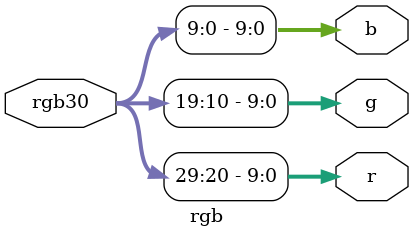
<source format=v>
module rgb (rgb30, r, g, b);

	input [29:0] rgb30;
	
	output [9:0] r, g, b;

	assign r = rgb30[29:20];
	assign g = rgb30[19:10];
	assign b = rgb30[ 9: 0];

endmodule

</source>
